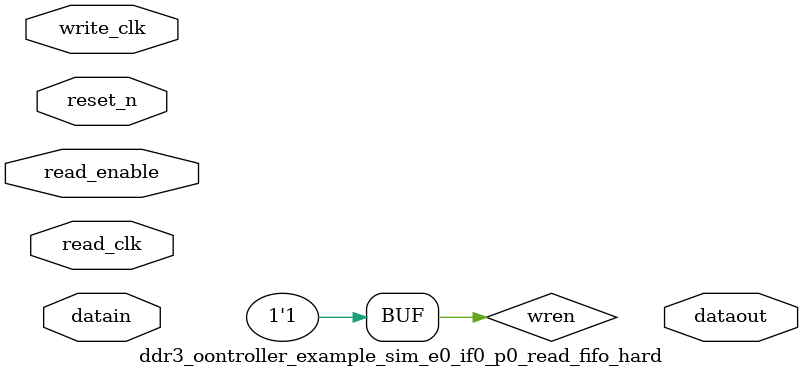
<source format=v>



`timescale 1 ps / 1 ps

module ddr3_oontroller_example_sim_e0_if0_p0_read_fifo_hard(
	write_clk,
	read_clk,
	read_enable,
	reset_n,
	datain,
	dataout
);

// ******************************************************************************************************************************** 
// BEGIN PARAMETER SECTION
// All parameters default to "" will have their values passed in from higher level wrapper with the controller and driver 

parameter DQ_GROUP_WIDTH = "";

localparam RATE_MULT = 2;


// END PARAMETER SECTION
// ******************************************************************************************************************************** 

input	write_clk;
input	read_clk;
input	read_enable;
input	reset_n;
input	[DQ_GROUP_WIDTH*2-1:0] datain;
output	[RATE_MULT*DQ_GROUP_WIDTH*2-1:0] dataout;


// ******************************************************************************************************************************** 
// Instantiate write-enable circuitry inside the DQS logic block
// ******************************************************************************************************************************** 

// The read_clk is expected to be a strobe that only toggles when there
// is valid data, so wren is tied to 1
wire wren = 1'b1;
	

// ******************************************************************************************************************************** 
// Instantiate read-enable circuitry inside the DQS logic block
// ******************************************************************************************************************************** 
wire read_enable_tmp;
wire plus2_tmp;
stratixv_read_fifo_read_enable fifo_read_enable (
	.re(read_enable),
	.rclk(),
	.plus2(1'b0), 
	.areset(),
	.reout (read_enable_tmp),
	.plus2out (plus2_tmp)
);
defparam fifo_read_enable.use_stalled_read_enable = "false";

// ******************************************************************************************************************************** 
// Instantiate hard read-fifo. 
// ******************************************************************************************************************************** 
generate
genvar dq_count;
	for (dq_count=0; dq_count<DQ_GROUP_WIDTH; dq_count=dq_count+1)
	begin:read_fifos
		// The datain bus is the read data for the current DQS group
		// coming out of the DDIO. Its width is 2x of each DQS group on the
		// memory interface. The bus is ordered by time slot:
		//
		// D0_T1, D0_T0
		//
		// The dataout bus is the read data going out of the FIFO. In FR, it has
		// the same width as datain. In HR, it 2x the datain width. The bus is
		// ordered by time slot.
		//
		// FR: D0_T1, D0_T0
		// HR: D0_T3, D0_T2, D0_T1, D0_T0
		stratixv_read_fifo fifo (
			.wclk(write_clk),
			.we(wren),
			.rclk(read_clk),
			.re(read_enable_tmp),
			.areset(~reset_n),
			.plus2(plus2_tmp),
			.datain({datain[dq_count], datain[dq_count + DQ_GROUP_WIDTH]}),
			.dataout({
					dataout[dq_count + (DQ_GROUP_WIDTH * 0)],
					dataout[dq_count + (DQ_GROUP_WIDTH * 1)],
					dataout[dq_count + (DQ_GROUP_WIDTH * 2)],
					dataout[dq_count + (DQ_GROUP_WIDTH * 3)]
								})
		);
		defparam fifo.use_half_rate_read = "true";
		defparam fifo.sim_wclk_pre_delay = 100;
	end
endgenerate

endmodule

</source>
